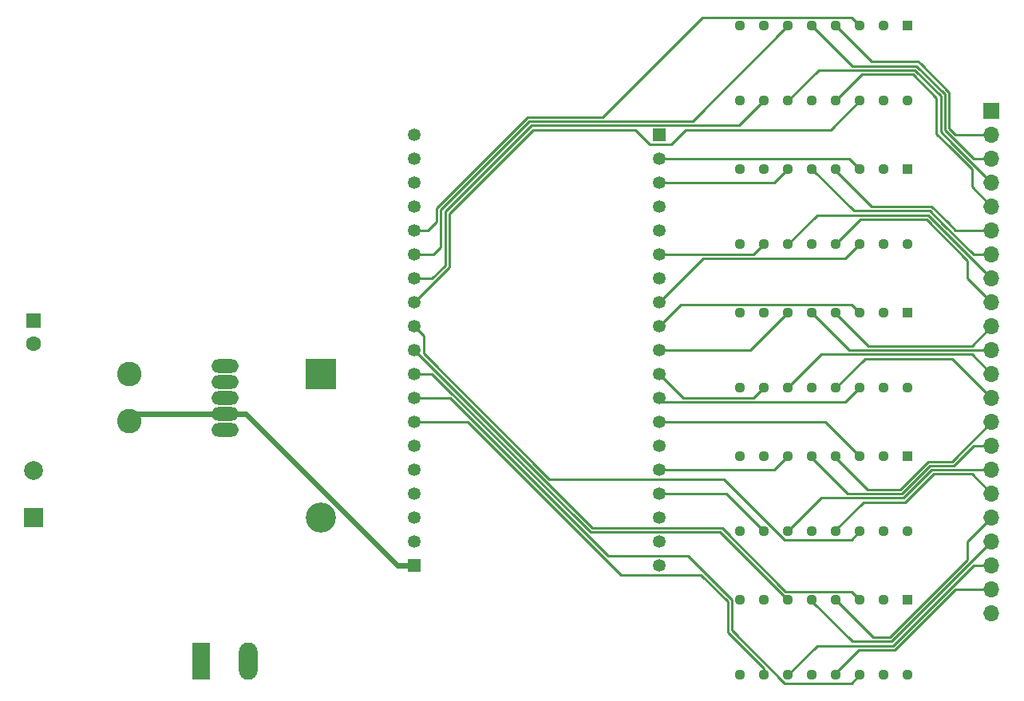
<source format=gtl>
G04 #@! TF.GenerationSoftware,KiCad,Pcbnew,(6.0.4-0)*
G04 #@! TF.CreationDate,2022-07-29T09:17:33+02:00*
G04 #@! TF.ProjectId,LED-Clock,4c45442d-436c-46f6-936b-2e6b69636164,rev?*
G04 #@! TF.SameCoordinates,Original*
G04 #@! TF.FileFunction,Copper,L1,Top*
G04 #@! TF.FilePolarity,Positive*
%FSLAX46Y46*%
G04 Gerber Fmt 4.6, Leading zero omitted, Abs format (unit mm)*
G04 Created by KiCad (PCBNEW (6.0.4-0)) date 2022-07-29 09:17:33*
%MOMM*%
%LPD*%
G01*
G04 APERTURE LIST*
G04 #@! TA.AperFunction,ComponentPad*
%ADD10O,2.900000X1.450000*%
G04 #@! TD*
G04 #@! TA.AperFunction,ComponentPad*
%ADD11R,1.130000X1.130000*%
G04 #@! TD*
G04 #@! TA.AperFunction,ComponentPad*
%ADD12C,1.130000*%
G04 #@! TD*
G04 #@! TA.AperFunction,ComponentPad*
%ADD13R,1.700000X1.700000*%
G04 #@! TD*
G04 #@! TA.AperFunction,ComponentPad*
%ADD14O,1.700000X1.700000*%
G04 #@! TD*
G04 #@! TA.AperFunction,ComponentPad*
%ADD15R,1.600000X1.600000*%
G04 #@! TD*
G04 #@! TA.AperFunction,ComponentPad*
%ADD16C,1.600000*%
G04 #@! TD*
G04 #@! TA.AperFunction,ComponentPad*
%ADD17C,2.600000*%
G04 #@! TD*
G04 #@! TA.AperFunction,ComponentPad*
%ADD18R,1.980000X3.960000*%
G04 #@! TD*
G04 #@! TA.AperFunction,ComponentPad*
%ADD19O,1.980000X3.960000*%
G04 #@! TD*
G04 #@! TA.AperFunction,ComponentPad*
%ADD20R,1.350000X1.350000*%
G04 #@! TD*
G04 #@! TA.AperFunction,ComponentPad*
%ADD21C,1.350000*%
G04 #@! TD*
G04 #@! TA.AperFunction,ComponentPad*
%ADD22R,2.000000X2.000000*%
G04 #@! TD*
G04 #@! TA.AperFunction,ComponentPad*
%ADD23C,2.000000*%
G04 #@! TD*
G04 #@! TA.AperFunction,ComponentPad*
%ADD24R,3.200000X3.200000*%
G04 #@! TD*
G04 #@! TA.AperFunction,ComponentPad*
%ADD25O,3.200000X3.200000*%
G04 #@! TD*
G04 #@! TA.AperFunction,Conductor*
%ADD26C,0.609600*%
G04 #@! TD*
G04 #@! TA.AperFunction,Conductor*
%ADD27C,0.250000*%
G04 #@! TD*
G04 APERTURE END LIST*
D10*
X152400000Y-85500000D03*
X152400000Y-87200000D03*
X152400000Y-88900000D03*
X152400000Y-90600000D03*
X152400000Y-92300000D03*
D11*
X224790000Y-79850000D03*
D12*
X222250000Y-79850000D03*
X219710000Y-79850000D03*
X217170000Y-79850000D03*
X214630000Y-79850000D03*
X212090000Y-79850000D03*
X209550000Y-79850000D03*
X207010000Y-79850000D03*
X207010000Y-87790000D03*
X209550000Y-87790000D03*
X212090000Y-87790000D03*
X214630000Y-87790000D03*
X217170000Y-87790000D03*
X219710000Y-87790000D03*
X222250000Y-87790000D03*
X224790000Y-87790000D03*
D13*
X233680000Y-58420000D03*
D14*
X233680000Y-60960000D03*
X233680000Y-63500000D03*
X233680000Y-66040000D03*
X233680000Y-68580000D03*
X233680000Y-71120000D03*
X233680000Y-73660000D03*
X233680000Y-76200000D03*
X233680000Y-78740000D03*
X233680000Y-81280000D03*
X233680000Y-83820000D03*
X233680000Y-86360000D03*
X233680000Y-88900000D03*
X233680000Y-91440000D03*
X233680000Y-93980000D03*
X233680000Y-96520000D03*
X233680000Y-99060000D03*
X233680000Y-101600000D03*
X233680000Y-104140000D03*
X233680000Y-106680000D03*
X233680000Y-109220000D03*
X233680000Y-111760000D03*
D11*
X224790000Y-64610000D03*
D12*
X222250000Y-64610000D03*
X219710000Y-64610000D03*
X217170000Y-64610000D03*
X214630000Y-64610000D03*
X212090000Y-64610000D03*
X209550000Y-64610000D03*
X207010000Y-64610000D03*
X207010000Y-72550000D03*
X209550000Y-72550000D03*
X212090000Y-72550000D03*
X214630000Y-72550000D03*
X217170000Y-72550000D03*
X219710000Y-72550000D03*
X222250000Y-72550000D03*
X224790000Y-72550000D03*
D15*
X132080000Y-80650000D03*
D16*
X132080000Y-83150000D03*
D17*
X142240000Y-86360000D03*
X142240000Y-91360000D03*
D18*
X149860000Y-116840000D03*
D19*
X154860000Y-116840000D03*
D11*
X224790000Y-49370000D03*
D12*
X222250000Y-49370000D03*
X219710000Y-49370000D03*
X217170000Y-49370000D03*
X214630000Y-49370000D03*
X212090000Y-49370000D03*
X209550000Y-49370000D03*
X207010000Y-49370000D03*
X207010000Y-57310000D03*
X209550000Y-57310000D03*
X212090000Y-57310000D03*
X214630000Y-57310000D03*
X217170000Y-57310000D03*
X219710000Y-57310000D03*
X222250000Y-57310000D03*
X224790000Y-57310000D03*
D11*
X224790000Y-110330000D03*
D12*
X222250000Y-110330000D03*
X219710000Y-110330000D03*
X217170000Y-110330000D03*
X214630000Y-110330000D03*
X212090000Y-110330000D03*
X209550000Y-110330000D03*
X207010000Y-110330000D03*
X207010000Y-118270000D03*
X209550000Y-118270000D03*
X212090000Y-118270000D03*
X214630000Y-118270000D03*
X217170000Y-118270000D03*
X219710000Y-118270000D03*
X222250000Y-118270000D03*
X224790000Y-118270000D03*
D20*
X198420000Y-60960000D03*
D21*
X198420000Y-63500000D03*
X198420000Y-66040000D03*
X198420000Y-68580000D03*
X198420000Y-71120000D03*
X198420000Y-73660000D03*
X198420000Y-76200000D03*
X198420000Y-78740000D03*
X198420000Y-81280000D03*
X198420000Y-83820000D03*
X198420000Y-86360000D03*
X198420000Y-88900000D03*
X198420000Y-91440000D03*
X198420000Y-93980000D03*
X198420000Y-96520000D03*
X198420000Y-99060000D03*
X198420000Y-101600000D03*
X198420000Y-104140000D03*
X198420000Y-106680000D03*
D20*
X172420000Y-106680000D03*
D21*
X172420000Y-104140000D03*
X172420000Y-101600000D03*
X172420000Y-99060000D03*
X172420000Y-96520000D03*
X172420000Y-93980000D03*
X172420000Y-91440000D03*
X172420000Y-88900000D03*
X172420000Y-86360000D03*
X172420000Y-83820000D03*
X172420000Y-81280000D03*
X172420000Y-78740000D03*
X172420000Y-76200000D03*
X172420000Y-73660000D03*
X172420000Y-71120000D03*
X172420000Y-68580000D03*
X172420000Y-66040000D03*
X172420000Y-63500000D03*
X172420000Y-60960000D03*
D22*
X132080000Y-101600000D03*
D23*
X132080000Y-96600000D03*
D24*
X162560000Y-86360000D03*
D25*
X162560000Y-101600000D03*
D11*
X224790000Y-95090000D03*
D12*
X222250000Y-95090000D03*
X219710000Y-95090000D03*
X217170000Y-95090000D03*
X214630000Y-95090000D03*
X212090000Y-95090000D03*
X209550000Y-95090000D03*
X207010000Y-95090000D03*
X207010000Y-103030000D03*
X209550000Y-103030000D03*
X212090000Y-103030000D03*
X214630000Y-103030000D03*
X217170000Y-103030000D03*
X219710000Y-103030000D03*
X222250000Y-103030000D03*
X224790000Y-103030000D03*
D26*
X154535946Y-90600000D02*
X170615946Y-106680000D01*
X152400000Y-90600000D02*
X143000000Y-90600000D01*
X143000000Y-90600000D02*
X142240000Y-91360000D01*
X170615946Y-106680000D02*
X172420000Y-106680000D01*
X152400000Y-90600000D02*
X154535946Y-90600000D01*
D27*
X229181181Y-60271181D02*
X229870000Y-60960000D01*
X226163322Y-53443323D02*
X229181181Y-56461182D01*
X217170000Y-49370000D02*
X220980000Y-53180000D01*
X229870000Y-60960000D02*
X233680000Y-60960000D01*
X220980000Y-53180000D02*
X225900000Y-53180000D01*
X225900000Y-53180000D02*
X226163322Y-53443323D01*
X229181181Y-56461182D02*
X229181181Y-60271181D01*
X229685238Y-61409520D02*
X229683803Y-61409520D01*
X218889520Y-53629520D02*
X214630000Y-49370000D01*
X231775718Y-63500000D02*
X229685238Y-61409520D01*
X225713802Y-53629520D02*
X218889520Y-53629520D01*
X228731661Y-60457378D02*
X228731661Y-56647379D01*
X229683803Y-61409520D02*
X228731661Y-60457378D01*
X233680000Y-63500000D02*
X231775718Y-63500000D01*
X228731661Y-56647379D02*
X225713802Y-53629520D01*
X225527604Y-54079040D02*
X215320960Y-54079040D01*
X215320960Y-54079040D02*
X212090000Y-57310000D01*
X228282141Y-60643576D02*
X228282141Y-56833577D01*
X229497605Y-61859040D02*
X228282141Y-60643576D01*
X233680000Y-66040000D02*
X229499040Y-61859040D01*
X228282141Y-56833577D02*
X225527604Y-54079040D01*
X229499040Y-61859040D02*
X229497605Y-61859040D01*
X225341406Y-54528560D02*
X219951440Y-54528560D01*
X231589520Y-66489520D02*
X231589520Y-64585238D01*
X233680000Y-68580000D02*
X231589520Y-66489520D01*
X227832621Y-60829773D02*
X227832621Y-57019775D01*
X231589520Y-64585238D02*
X229312842Y-62308560D01*
X229311408Y-62308560D02*
X227832621Y-60829773D01*
X229312842Y-62308560D02*
X229311408Y-62308560D01*
X219951440Y-54528560D02*
X217170000Y-57310000D01*
X227832621Y-57019775D02*
X225341406Y-54528560D01*
X219710000Y-64610000D02*
X218600000Y-63500000D01*
X218600000Y-63500000D02*
X198420000Y-63500000D01*
X227331436Y-68580000D02*
X229049520Y-70298084D01*
X229049520Y-70299520D02*
X229870000Y-71120000D01*
X217170000Y-64770000D02*
X220980000Y-68580000D01*
X229870000Y-71120000D02*
X233680000Y-71120000D01*
X217170000Y-64610000D02*
X217170000Y-64770000D01*
X220980000Y-68580000D02*
X227331436Y-68580000D01*
X229049520Y-70298084D02*
X229049520Y-70299520D01*
X219049520Y-69029520D02*
X227145238Y-69029520D01*
X228600000Y-70485718D02*
X231774282Y-73660000D01*
X231774282Y-73660000D02*
X233680000Y-73660000D01*
X214630000Y-64610000D02*
X219049520Y-69029520D01*
X227145238Y-69029520D02*
X228600000Y-70484282D01*
X228600000Y-70484282D02*
X228600000Y-70485718D01*
X210660000Y-66040000D02*
X198420000Y-66040000D01*
X212090000Y-64610000D02*
X210660000Y-66040000D01*
X209550000Y-72550000D02*
X208440000Y-73660000D01*
X208440000Y-73660000D02*
X198420000Y-73660000D01*
X233678566Y-76200000D02*
X226957604Y-69479040D01*
X215160960Y-69479040D02*
X212090000Y-72550000D01*
X226957604Y-69479040D02*
X215160960Y-69479040D01*
X233680000Y-76200000D02*
X233678566Y-76200000D01*
X231140000Y-74297154D02*
X231140000Y-76200000D01*
X219791440Y-69928560D02*
X226771406Y-69928560D01*
X231140000Y-76200000D02*
X233680000Y-78740000D01*
X217170000Y-72550000D02*
X219791440Y-69928560D01*
X226771406Y-69928560D02*
X231140000Y-74297154D01*
X203050480Y-74109520D02*
X198420000Y-78740000D01*
X219710000Y-72550000D02*
X218150480Y-74109520D01*
X218150480Y-74109520D02*
X203050480Y-74109520D01*
X218820489Y-78960489D02*
X200739511Y-78960489D01*
X200739511Y-78960489D02*
X198420000Y-81280000D01*
X219710000Y-79850000D02*
X218820489Y-78960489D01*
X231589520Y-83370480D02*
X220610480Y-83370480D01*
X233680000Y-81280000D02*
X231589520Y-83370480D01*
X220610480Y-83370480D02*
X217170000Y-79930000D01*
X217170000Y-79930000D02*
X217170000Y-79850000D01*
X233680000Y-83820000D02*
X218600000Y-83820000D01*
X218600000Y-83820000D02*
X214630000Y-79850000D01*
X208120000Y-83820000D02*
X198420000Y-83820000D01*
X212090000Y-79850000D02*
X208120000Y-83820000D01*
X200960000Y-88900000D02*
X198420000Y-86360000D01*
X209550000Y-87790000D02*
X208440000Y-88900000D01*
X208440000Y-88900000D02*
X200960000Y-88900000D01*
X233680000Y-86360000D02*
X231589520Y-84269520D01*
X231589520Y-84269520D02*
X215610480Y-84269520D01*
X215610480Y-84269520D02*
X212090000Y-87790000D01*
X220240960Y-84719040D02*
X217170000Y-87790000D01*
X233680000Y-88900000D02*
X229499040Y-84719040D01*
X229499040Y-84719040D02*
X220240960Y-84719040D01*
X198869520Y-89349520D02*
X198420000Y-88900000D01*
X218150480Y-89349520D02*
X198869520Y-89349520D01*
X219710000Y-87790000D02*
X218150480Y-89349520D01*
X217170000Y-95250000D02*
X217170000Y-95090000D01*
X226959038Y-95620960D02*
X223969518Y-98610480D01*
X233680000Y-91440000D02*
X229499040Y-95620960D01*
X220530480Y-98610480D02*
X217170000Y-95250000D01*
X223969518Y-98610480D02*
X220530480Y-98610480D01*
X229499040Y-95620960D02*
X226959038Y-95620960D01*
X224155716Y-99060000D02*
X218440000Y-99060000D01*
X227145236Y-96070480D02*
X224155716Y-99060000D01*
X218440000Y-99060000D02*
X214630000Y-95250000D01*
X231775718Y-93980000D02*
X229685237Y-96070480D01*
X214630000Y-95250000D02*
X214630000Y-95090000D01*
X229685237Y-96070480D02*
X227145236Y-96070480D01*
X233680000Y-93980000D02*
X231775718Y-93980000D01*
X224341914Y-99509520D02*
X215610480Y-99509520D01*
X215610480Y-99509520D02*
X212090000Y-103030000D01*
X233680000Y-96520000D02*
X227331436Y-96520000D01*
X227331436Y-96520000D02*
X224341914Y-99509520D01*
X220080960Y-99959040D02*
X217170000Y-102870000D01*
X233680000Y-99060000D02*
X231589520Y-96969520D01*
X224528111Y-99959040D02*
X220080960Y-99959040D01*
X231589520Y-96969520D02*
X227517631Y-96969520D01*
X217170000Y-102870000D02*
X217170000Y-103030000D01*
X227517631Y-96969520D02*
X224528111Y-99959040D01*
X221140000Y-114300000D02*
X217170000Y-110330000D01*
X231140000Y-106044282D02*
X222884282Y-114300000D01*
X233680000Y-101600000D02*
X231140000Y-104140000D01*
X222884282Y-114300000D02*
X221140000Y-114300000D01*
X231140000Y-104140000D02*
X231140000Y-106044282D01*
X231140000Y-106680000D02*
X231140000Y-106680718D01*
X226151687Y-111669031D02*
X226150969Y-111669031D01*
X233680000Y-104140000D02*
X231140000Y-106680000D01*
X226150969Y-111669031D02*
X223070480Y-114749520D01*
X231140000Y-106680718D02*
X226151687Y-111669031D01*
X218889520Y-114749520D02*
X214630000Y-110490000D01*
X223070480Y-114749520D02*
X218889520Y-114749520D01*
X214630000Y-110490000D02*
X214630000Y-110330000D01*
X223257396Y-115199040D02*
X215160960Y-115199040D01*
X231589520Y-106866197D02*
X231589520Y-106866916D01*
X231589520Y-106866916D02*
X223257396Y-115199040D01*
X231775717Y-106680000D02*
X231589520Y-106866197D01*
X215160960Y-115199040D02*
X212090000Y-118270000D01*
X233680000Y-106680000D02*
X231775717Y-106680000D01*
X223443593Y-115648560D02*
X219631440Y-115648560D01*
X229872154Y-109220000D02*
X223443593Y-115648560D01*
X217170000Y-118110000D02*
X217170000Y-118270000D01*
X233680000Y-109220000D02*
X229872154Y-109220000D01*
X219631440Y-115648560D02*
X217170000Y-118110000D01*
X209550000Y-103030000D02*
X205580000Y-99060000D01*
X205580000Y-99060000D02*
X198420000Y-99060000D01*
X212090000Y-95090000D02*
X210660000Y-96520000D01*
X210660000Y-96520000D02*
X198420000Y-96520000D01*
X219710000Y-95090000D02*
X216060000Y-91440000D01*
X216060000Y-91440000D02*
X198420000Y-91440000D01*
X219710000Y-103030000D02*
X218820489Y-103919511D01*
X186755229Y-97519511D02*
X173419511Y-84183793D01*
X173419511Y-84183793D02*
X173419511Y-82279511D01*
X211721551Y-103919511D02*
X205321551Y-97519511D01*
X173419511Y-82279511D02*
X172420000Y-81280000D01*
X218820489Y-103919511D02*
X211721551Y-103919511D01*
X205321551Y-97519511D02*
X186755229Y-97519511D01*
X212090000Y-110330000D02*
X204900489Y-103140489D01*
X191104771Y-103140489D02*
X174324282Y-86360000D01*
X204900489Y-103140489D02*
X191104771Y-103140489D01*
X174324282Y-86360000D02*
X172420000Y-86360000D01*
X175709520Y-74814762D02*
X174324282Y-76200000D01*
X209550000Y-57310000D02*
X206899511Y-59960489D01*
X206899511Y-59960489D02*
X184850947Y-59960489D01*
X175709520Y-69101916D02*
X175709520Y-74814762D01*
X174324282Y-76200000D02*
X172420000Y-76200000D01*
X184850947Y-59960489D02*
X175709520Y-69101916D01*
X176159040Y-69288114D02*
X176159040Y-75000960D01*
X197420489Y-61959511D02*
X195870987Y-60410009D01*
X185037145Y-60410009D02*
X176159040Y-69288114D01*
X219710000Y-57310000D02*
X216609991Y-60410009D01*
X195870987Y-60410009D02*
X185037145Y-60410009D01*
X201209991Y-60410009D02*
X199660489Y-61959511D01*
X199660489Y-61959511D02*
X197420489Y-61959511D01*
X176159040Y-75000960D02*
X172420000Y-78740000D01*
X216609991Y-60410009D02*
X201209991Y-60410009D01*
X175260000Y-68915718D02*
X175260000Y-72889755D01*
X174489755Y-73660000D02*
X172720000Y-73660000D01*
X201949031Y-59510969D02*
X184664749Y-59510969D01*
X212090000Y-49370000D02*
X201949031Y-59510969D01*
X184664749Y-59510969D02*
X175260000Y-68915718D01*
X175260000Y-72889755D02*
X174489755Y-73660000D01*
X174810480Y-70149520D02*
X173840000Y-71120000D01*
X174810480Y-68729521D02*
X174810480Y-70149520D01*
X173840000Y-71120000D02*
X172420000Y-71120000D01*
X219710000Y-49370000D02*
X218820489Y-48480489D01*
X202979511Y-48480489D02*
X192398551Y-59061449D01*
X192398551Y-59061449D02*
X184478552Y-59061449D01*
X184478552Y-59061449D02*
X174810480Y-68729521D01*
X218820489Y-48480489D02*
X202979511Y-48480489D01*
X219710000Y-118270000D02*
X218820489Y-119159511D01*
X176228564Y-88900000D02*
X172420000Y-88900000D01*
X218820489Y-119159511D02*
X211721551Y-119159511D01*
X206120489Y-110309469D02*
X201491509Y-105680489D01*
X193009053Y-105680489D02*
X176228564Y-88900000D01*
X211721551Y-119159511D02*
X206120489Y-113558449D01*
X201491509Y-105680489D02*
X193009053Y-105680489D01*
X206120489Y-113558449D02*
X206120489Y-110309469D01*
X218820489Y-109440489D02*
X211836207Y-109440489D01*
X211836207Y-109440489D02*
X205086686Y-102690969D01*
X219710000Y-110330000D02*
X218820489Y-109440489D01*
X205086686Y-102690969D02*
X191290969Y-102690969D01*
X191290969Y-102690969D02*
X172420000Y-83820000D01*
X202854813Y-107679511D02*
X194372357Y-107679511D01*
X194372357Y-107679511D02*
X178132846Y-91440000D01*
X209550000Y-117623678D02*
X205670969Y-113744646D01*
X209550000Y-118270000D02*
X209550000Y-117623678D01*
X205670969Y-113744646D02*
X205670969Y-110495667D01*
X205670969Y-110495667D02*
X202854813Y-107679511D01*
X178132846Y-91440000D02*
X172420000Y-91440000D01*
M02*

</source>
